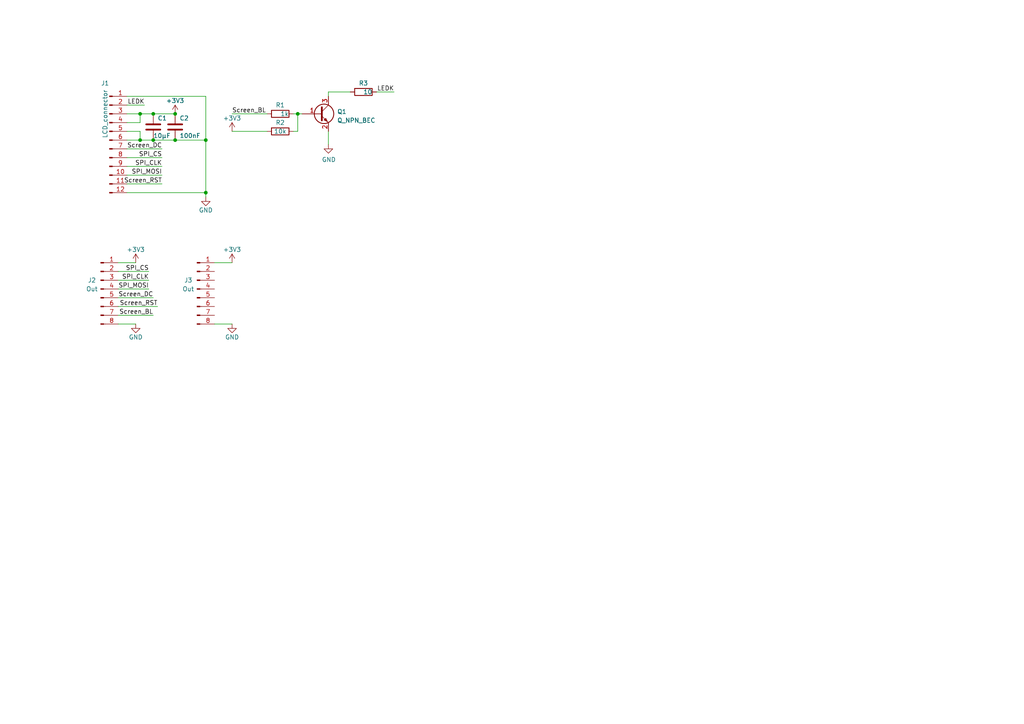
<source format=kicad_sch>
(kicad_sch (version 20230121) (generator eeschema)
  (paper "A4")
  (lib_symbols
    (symbol "Connector:Conn_01x08_Pin" (pin_names (offset 1.016) hide)
      (property "Reference" "J" (at 0 10.16 0))
      (property "Value" "Conn_01x08_Pin" (at 0 -12.7 0))
      (symbol "Conn_01x08_Pin_1_1"
        (polyline (pts (xy 1.27 -10.16) (xy 0.8636 -10.16)) (stroke (width 0.1524)))
        (polyline (pts (xy 1.27 -7.62) (xy 0.8636 -7.62)) (stroke (width 0.1524)))
        (polyline (pts (xy 1.27 -5.08) (xy 0.8636 -5.08)) (stroke (width 0.1524)))
        (polyline (pts (xy 1.27 -2.54) (xy 0.8636 -2.54)) (stroke (width 0.1524)))
        (polyline (pts (xy 1.27 0) (xy 0.8636 0)) (stroke (width 0.1524)))
        (polyline (pts (xy 1.27 2.54) (xy 0.8636 2.54)) (stroke (width 0.1524)))
        (polyline (pts (xy 1.27 5.08) (xy 0.8636 5.08)) (stroke (width 0.1524)))
        (polyline (pts (xy 1.27 7.62) (xy 0.8636 7.62)) (stroke (width 0.1524)))
        (rectangle (start 0.8636 -10.033) (end 0 -10.287) (stroke (width 0.1524)) (fill (type outline)))
        (rectangle (start 0.8636 -7.493) (end 0 -7.747) (stroke (width 0.1524)) (fill (type outline)))
        (rectangle (start 0.8636 -4.953) (end 0 -5.207) (stroke (width 0.1524)) (fill (type outline)))
        (rectangle (start 0.8636 -2.413) (end 0 -2.667) (stroke (width 0.1524)) (fill (type outline)))
        (rectangle (start 0.8636 0.127) (end 0 -0.127) (stroke (width 0.1524)) (fill (type outline)))
        (rectangle (start 0.8636 2.667) (end 0 2.413) (stroke (width 0.1524)) (fill (type outline)))
        (rectangle (start 0.8636 5.207) (end 0 4.953) (stroke (width 0.1524)) (fill (type outline)))
        (rectangle (start 0.8636 7.747) (end 0 7.493) (stroke (width 0.1524)) (fill (type outline)))
        (pin passive line (at 5.08 7.62 180) (length 3.81) (name "Pin_1") (number "1"))
        (pin passive line (at 5.08 5.08 180) (length 3.81) (name "Pin_2") (number "2"))
        (pin passive line (at 5.08 2.54 180) (length 3.81) (name "Pin_3") (number "3"))
        (pin passive line (at 5.08 0 180) (length 3.81) (name "Pin_4") (number "4"))
        (pin passive line (at 5.08 -2.54 180) (length 3.81) (name "Pin_5") (number "5"))
        (pin passive line (at 5.08 -5.08 180) (length 3.81) (name "Pin_6") (number "6"))
        (pin passive line (at 5.08 -7.62 180) (length 3.81) (name "Pin_7") (number "7"))
        (pin passive line (at 5.08 -10.16 180) (length 3.81) (name "Pin_8") (number "8"))
      )
    )
    (symbol "Connector:Conn_01x12_Pin" (pin_names (offset 1.016) hide)
      (property "Reference" "J" (at 0 15.24 0))
      (property "Value" "Conn_01x12_Pin" (at 0 -17.78 0))
      (symbol "Conn_01x12_Pin_1_1"
        (polyline (pts (xy 1.27 -15.24) (xy 0.8636 -15.24)) (stroke (width 0.1524)))
        (polyline (pts (xy 1.27 -12.7) (xy 0.8636 -12.7)) (stroke (width 0.1524)))
        (polyline (pts (xy 1.27 -10.16) (xy 0.8636 -10.16)) (stroke (width 0.1524)))
        (polyline (pts (xy 1.27 -7.62) (xy 0.8636 -7.62)) (stroke (width 0.1524)))
        (polyline (pts (xy 1.27 -5.08) (xy 0.8636 -5.08)) (stroke (width 0.1524)))
        (polyline (pts (xy 1.27 -2.54) (xy 0.8636 -2.54)) (stroke (width 0.1524)))
        (polyline (pts (xy 1.27 0) (xy 0.8636 0)) (stroke (width 0.1524)))
        (polyline (pts (xy 1.27 2.54) (xy 0.8636 2.54)) (stroke (width 0.1524)))
        (polyline (pts (xy 1.27 5.08) (xy 0.8636 5.08)) (stroke (width 0.1524)))
        (polyline (pts (xy 1.27 7.62) (xy 0.8636 7.62)) (stroke (width 0.1524)))
        (polyline (pts (xy 1.27 10.16) (xy 0.8636 10.16)) (stroke (width 0.1524)))
        (polyline (pts (xy 1.27 12.7) (xy 0.8636 12.7)) (stroke (width 0.1524)))
        (rectangle (start 0.8636 -15.113) (end 0 -15.367) (stroke (width 0.1524)) (fill (type outline)))
        (rectangle (start 0.8636 -12.573) (end 0 -12.827) (stroke (width 0.1524)) (fill (type outline)))
        (rectangle (start 0.8636 -10.033) (end 0 -10.287) (stroke (width 0.1524)) (fill (type outline)))
        (rectangle (start 0.8636 -7.493) (end 0 -7.747) (stroke (width 0.1524)) (fill (type outline)))
        (rectangle (start 0.8636 -4.953) (end 0 -5.207) (stroke (width 0.1524)) (fill (type outline)))
        (rectangle (start 0.8636 -2.413) (end 0 -2.667) (stroke (width 0.1524)) (fill (type outline)))
        (rectangle (start 0.8636 0.127) (end 0 -0.127) (stroke (width 0.1524)) (fill (type outline)))
        (rectangle (start 0.8636 2.667) (end 0 2.413) (stroke (width 0.1524)) (fill (type outline)))
        (rectangle (start 0.8636 5.207) (end 0 4.953) (stroke (width 0.1524)) (fill (type outline)))
        (rectangle (start 0.8636 7.747) (end 0 7.493) (stroke (width 0.1524)) (fill (type outline)))
        (rectangle (start 0.8636 10.287) (end 0 10.033) (stroke (width 0.1524)) (fill (type outline)))
        (rectangle (start 0.8636 12.827) (end 0 12.573) (stroke (width 0.1524)) (fill (type outline)))
        (pin passive line (at 5.08 12.7 180) (length 3.81) (name "Pin_1") (number "1"))
        (pin passive line (at 5.08 -10.16 180) (length 3.81) (name "Pin_10") (number "10"))
        (pin passive line (at 5.08 -12.7 180) (length 3.81) (name "Pin_11") (number "11"))
        (pin passive line (at 5.08 -15.24 180) (length 3.81) (name "Pin_12") (number "12"))
        (pin passive line (at 5.08 10.16 180) (length 3.81) (name "Pin_2") (number "2"))
        (pin passive line (at 5.08 7.62 180) (length 3.81) (name "Pin_3") (number "3"))
        (pin passive line (at 5.08 5.08 180) (length 3.81) (name "Pin_4") (number "4"))
        (pin passive line (at 5.08 2.54 180) (length 3.81) (name "Pin_5") (number "5"))
        (pin passive line (at 5.08 0 180) (length 3.81) (name "Pin_6") (number "6"))
        (pin passive line (at 5.08 -2.54 180) (length 3.81) (name "Pin_7") (number "7"))
        (pin passive line (at 5.08 -5.08 180) (length 3.81) (name "Pin_8") (number "8"))
        (pin passive line (at 5.08 -7.62 180) (length 3.81) (name "Pin_9") (number "9"))
      )
    )
    (symbol "Device:C" (pin_numbers hide) (pin_names (offset 0.254))
      (property "Reference" "C" (at 0.635 2.54 0))
      (property "Value" "C" (at 0.635 -2.54 0))
      (symbol "C_0_1"
        (polyline (pts (xy -2.032 -0.762) (xy 2.032 -0.762)) (stroke (width 0.508)))
        (polyline (pts (xy -2.032 0.762) (xy 2.032 0.762)) (stroke (width 0.508)))
      )
      (symbol "C_1_1"
        (pin passive line (at 0 3.81 270) (length 2.794) (name "~") (number "1"))
        (pin passive line (at 0 -3.81 90) (length 2.794) (name "~") (number "2"))
      )
    )
    (symbol "Device:Q_NPN_BEC" (pin_names (offset 0) hide)
      (property "Reference" "Q" (at 5.08 1.27 0))
      (property "Value" "Q_NPN_BEC" (at 5.08 -1.27 0))
      (symbol "Q_NPN_BEC_0_1"
        (polyline (pts (xy 0.635 0.635) (xy 2.54 2.54)))
        (polyline (pts (xy 0.635 -0.635) (xy 2.54 -2.54) (xy 2.54 -2.54)))
        (polyline (pts (xy 0.635 1.905) (xy 0.635 -1.905) (xy 0.635 -1.905)) (stroke (width 0.508)))
        (polyline (pts (xy 1.27 -1.778) (xy 1.778 -1.27) (xy 2.286 -2.286) (xy 1.27 -1.778) (xy 1.27 -1.778)) (fill (type outline)))
        (circle (center 1.27 0) (radius 2.8194) (stroke (width 0.254)))
      )
      (symbol "Q_NPN_BEC_1_1"
        (pin input line (at -5.08 0 0) (length 5.715) (name "B") (number "1"))
        (pin passive line (at 2.54 -5.08 90) (length 2.54) (name "E") (number "2"))
        (pin passive line (at 2.54 5.08 270) (length 2.54) (name "C") (number "3"))
      )
    )
    (symbol "Device:R" (pin_numbers hide) (pin_names (offset 0))
      (property "Reference" "R" (at 2.032 0 90))
      (property "Value" "R" (at 0 0 90))
      (symbol "R_0_1"
        (rectangle (start -1.016 -2.54) (end 1.016 2.54) (stroke (width 0.254)))
      )
      (symbol "R_1_1"
        (pin passive line (at 0 3.81 270) (length 1.27) (name "~") (number "1"))
        (pin passive line (at 0 -3.81 90) (length 1.27) (name "~") (number "2"))
      )
    )
    (symbol "power:+3.3V" (power) (pin_names (offset 0))
      (property "Value" "+3.3V" (at 0 3.556 0))
      (symbol "+3.3V_0_1"
        (polyline (pts (xy -0.762 1.27) (xy 0 2.54)))
        (polyline (pts (xy 0 0) (xy 0 2.54)))
        (polyline (pts (xy 0 2.54) (xy 0.762 1.27)))
      )
      (symbol "+3.3V_1_1"
        (pin power_in line (at 0 0 90) (length 0) hide (name "+3V3") (number "1"))
      )
    )
    (symbol "power:GND" (power) (pin_names (offset 0))
      (property "Value" "GND" (at 0 -3.81 0))
      (symbol "GND_0_1"
        (polyline (pts (xy 0 0) (xy 0 -1.27) (xy 1.27 -1.27) (xy 0 -2.54) (xy -1.27 -1.27) (xy 0 -1.27)))
      )
      (symbol "GND_1_1"
        (pin power_in line (at 0 0 270) (length 0) hide (name "GND") (number "1"))
      )
    )
  )
  (junction (at 59.69 40.64))
  (junction (at 40.64 40.64))
  (junction (at 59.69 55.88))
  (junction (at 40.64 33.02))
  (junction (at 50.8 40.64))
  (junction (at 86.36 33.02))
  (junction (at 44.45 33.02))
  (junction (at 44.45 40.64))
  (junction (at 50.8 33.02))
  (wire (pts (xy 50.8 40.64) (xy 59.69 40.64)))
  (wire (pts (xy 62.23 93.98) (xy 67.31 93.98)))
  (wire (pts (xy 34.29 76.2) (xy 39.37 76.2)))
  (wire (pts (xy 46.99 43.18) (xy 36.83 43.18)))
  (wire (pts (xy 44.45 40.64) (xy 50.8 40.64)))
  (wire (pts (xy 46.99 48.26) (xy 36.83 48.26)))
  (wire (pts (xy 40.64 38.1) (xy 40.64 40.64)))
  (wire (pts (xy 95.25 26.67) (xy 101.6 26.67)))
  (wire (pts (xy 59.69 55.88) (xy 59.69 57.15)))
  (wire (pts (xy 86.36 33.02) (xy 87.63 33.02)))
  (wire (pts (xy 114.3 26.67) (xy 109.22 26.67)))
  (wire (pts (xy 36.83 40.64) (xy 40.64 40.64)))
  (wire (pts (xy 43.18 81.28) (xy 34.29 81.28)))
  (wire (pts (xy 40.64 33.02) (xy 40.64 35.56)))
  (wire (pts (xy 46.99 45.72) (xy 36.83 45.72)))
  (wire (pts (xy 34.29 88.9) (xy 45.72 88.9)))
  (wire (pts (xy 36.83 27.94) (xy 59.69 27.94)))
  (wire (pts (xy 59.69 27.94) (xy 59.69 40.64)))
  (wire (pts (xy 43.18 83.82) (xy 34.29 83.82)))
  (wire (pts (xy 36.83 55.88) (xy 59.69 55.88)))
  (wire (pts (xy 67.31 38.1) (xy 77.47 38.1)))
  (wire (pts (xy 95.25 38.1) (xy 95.25 41.91)))
  (wire (pts (xy 34.29 93.98) (xy 39.37 93.98)))
  (wire (pts (xy 44.45 33.02) (xy 50.8 33.02)))
  (wire (pts (xy 67.31 33.02) (xy 77.47 33.02)))
  (wire (pts (xy 95.25 27.94) (xy 95.25 26.67)))
  (wire (pts (xy 59.69 40.64) (xy 59.69 55.88)))
  (wire (pts (xy 36.83 35.56) (xy 40.64 35.56)))
  (wire (pts (xy 46.99 53.34) (xy 36.83 53.34)))
  (wire (pts (xy 86.36 38.1) (xy 86.36 33.02)))
  (wire (pts (xy 36.83 33.02) (xy 40.64 33.02)))
  (wire (pts (xy 85.09 38.1) (xy 86.36 38.1)))
  (wire (pts (xy 36.83 30.48) (xy 41.91 30.48)))
  (wire (pts (xy 43.18 78.74) (xy 34.29 78.74)))
  (wire (pts (xy 34.29 86.36) (xy 44.45 86.36)))
  (wire (pts (xy 62.23 76.2) (xy 67.31 76.2)))
  (wire (pts (xy 40.64 40.64) (xy 44.45 40.64)))
  (wire (pts (xy 34.29 91.44) (xy 44.45 91.44)))
  (wire (pts (xy 46.99 50.8) (xy 36.83 50.8)))
  (wire (pts (xy 36.83 38.1) (xy 40.64 38.1)))
  (wire (pts (xy 40.64 33.02) (xy 44.45 33.02)))
  (wire (pts (xy 85.09 33.02) (xy 86.36 33.02)))
  (label "Screen_DC" (at 44.45 86.36 180))
  (label "SPI_MOSI" (at 46.99 50.8 180))
  (label "Screen_RST" (at 45.72 88.9 180))
  (label "Screen_BL" (at 67.31 33.02 0))
  (label "SPI_CS" (at 46.99 45.72 180))
  (label "Screen_RST" (at 46.99 53.34 180))
  (label "LEDK" (at 41.91 30.48 180))
  (label "SPI_CS" (at 43.18 78.74 180))
  (label "LEDK" (at 114.3 26.67 180))
  (label "SPI_MOSI" (at 43.18 83.82 180))
  (label "SPI_CLK" (at 46.99 48.26 180))
  (label "SPI_CLK" (at 43.18 81.28 180))
  (label "Screen_DC" (at 46.99 43.18 180))
  (label "Screen_BL" (at 44.45 91.44 180))
  (symbol (lib_id "power:GND") (at 67.31 93.98 0) (unit 1)
    (property "Reference" "#PWR08" (effects hide))
    (property "Value" "GND" (at 67.31 97.79 0))
  )
  (symbol (lib_id "Connector:Conn_01x08_Pin") (at 57.15 83.82 0) (unit 1)
    (property "Reference" "J3" (at 54.61 81.28 0))
    (property "Value" "Out" (at 54.61 83.82 0))
    (property "Footprint" "Connectors:WR-MM Female 8pin" (effects hide))
  )
  (symbol (lib_id "power:GND") (at 59.69 57.15 0) (unit 1)
    (property "Reference" "#PWR02" (effects hide))
    (property "Value" "GND" (at 59.69 60.96 0))
  )
  (symbol (lib_id "Device:Q_NPN_BEC") (at 92.71 33.02 0) (unit 1)
    (property "Reference" "Q1" (at 97.79 32.385 0) (effects (justify left)))
    (property "Value" "Q_NPN_BEC" (at 97.79 34.925 0) (effects (justify left)))
    (property "Footprint" "Package_TO_SOT_SMD:SOT-23" (effects hide))
  )
  (symbol (lib_id "Device:R") (at 81.28 38.1 90) (unit 1)
    (property "Reference" "R2" (at 81.28 35.56 90))
    (property "Value" "10k" (at 81.28 38.1 90))
    (property "Footprint" "Resistor_SMD:R_0603_1608Metric" (effects hide))
  )
  (symbol (lib_id "Device:R") (at 105.41 26.67 90) (unit 1)
    (property "Reference" "R3" (at 105.41 24.13 90))
    (property "Value" "10" (at 106.68 26.67 90))
    (property "Footprint" "Resistor_SMD:R_0603_1608Metric" (effects hide))
  )
  (symbol (lib_id "Connector:Conn_01x08_Pin") (at 29.21 83.82 0) (unit 1)
    (property "Reference" "J2" (at 26.67 81.28 0))
    (property "Value" "Out" (at 26.67 83.82 0))
    (property "Footprint" "Connectors:WR-MM Female 8pin" (effects hide))
  )
  (symbol (lib_id "power:+3.3V") (at 67.31 38.1 0) (unit 1)
    (property "Reference" "#PWR03" (effects hide))
    (property "Value" "+3.3V" (at 67.31 34.29 0))
  )
  (symbol (lib_id "Connector:Conn_01x12_Pin") (at 31.75 40.64 0) (unit 1)
    (property "Reference" "J1" (at 30.48 24.13 0))
    (property "Value" "LCD_connector" (at 30.48 33.02 90))
    (property "Footprint" "gc9a01:FPC_12" (effects hide))
  )
  (symbol (lib_id "power:+3.3V") (at 39.37 76.2 0) (unit 1)
    (property "Reference" "#PWR05" (effects hide))
    (property "Value" "+3.3V" (at 39.37 72.39 0))
  )
  (symbol (lib_id "Device:C") (at 50.8 36.83 180) (unit 1)
    (property "Reference" "C2" (at 52.07 34.29 0) (effects (justify right)))
    (property "Value" "100nF" (at 52.07 39.37 0) (effects (justify right)))
    (property "Footprint" "Capacitor_SMD:C_0603_1608Metric" (effects hide))
  )
  (symbol (lib_id "power:+3.3V") (at 50.8 33.02 0) (unit 1)
    (property "Reference" "#PWR01" (effects hide))
    (property "Value" "+3.3V" (at 50.8 29.21 0))
  )
  (symbol (lib_id "power:+3.3V") (at 67.31 76.2 0) (unit 1)
    (property "Reference" "#PWR07" (effects hide))
    (property "Value" "+3.3V" (at 67.31 72.39 0))
  )
  (symbol (lib_id "Device:C") (at 44.45 36.83 180) (unit 1)
    (property "Reference" "C1" (at 45.72 34.29 0) (effects (justify right)))
    (property "Value" "10µF" (at 44.45 39.37 0) (effects (justify right)))
    (property "Footprint" "Capacitor_SMD:C_0805_2012Metric" (effects hide))
  )
  (symbol (lib_id "power:GND") (at 39.37 93.98 0) (unit 1)
    (property "Reference" "#PWR06" (effects hide))
    (property "Value" "GND" (at 39.37 97.79 0))
  )
  (symbol (lib_id "Device:R") (at 81.28 33.02 90) (unit 1)
    (property "Reference" "R1" (at 81.28 30.48 90))
    (property "Value" "1k" (at 82.55 33.02 90))
    (property "Footprint" "Resistor_SMD:R_0603_1608Metric" (effects hide))
  )
  (symbol (lib_id "power:GND") (at 95.25 41.91 0) (unit 1)
    (property "Reference" "#PWR04" (effects hide))
    (property "Value" "GND" (at 95.377 46.3042 0))
  )
)
</source>
